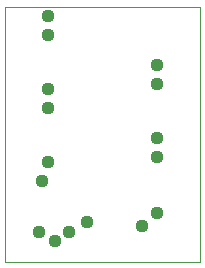
<source format=gbs>
G75*
%MOIN*%
%OFA0B0*%
%FSLAX24Y24*%
%IPPOS*%
%LPD*%
%AMOC8*
5,1,8,0,0,1.08239X$1,22.5*
%
%ADD10C,0.0000*%
%ADD11C,0.0437*%
D10*
X002392Y002517D02*
X002392Y011017D01*
X008892Y011017D01*
X008892Y002517D01*
X002392Y002517D01*
D11*
X003517Y003517D03*
X004079Y003204D03*
X004517Y003517D03*
X005142Y003829D03*
X003642Y005204D03*
X003829Y005829D03*
X003829Y007642D03*
X003829Y008267D03*
X003829Y010079D03*
X003829Y010704D03*
X007454Y009079D03*
X007454Y008454D03*
X007454Y006642D03*
X007454Y006017D03*
X007454Y004142D03*
X006954Y003704D03*
M02*

</source>
